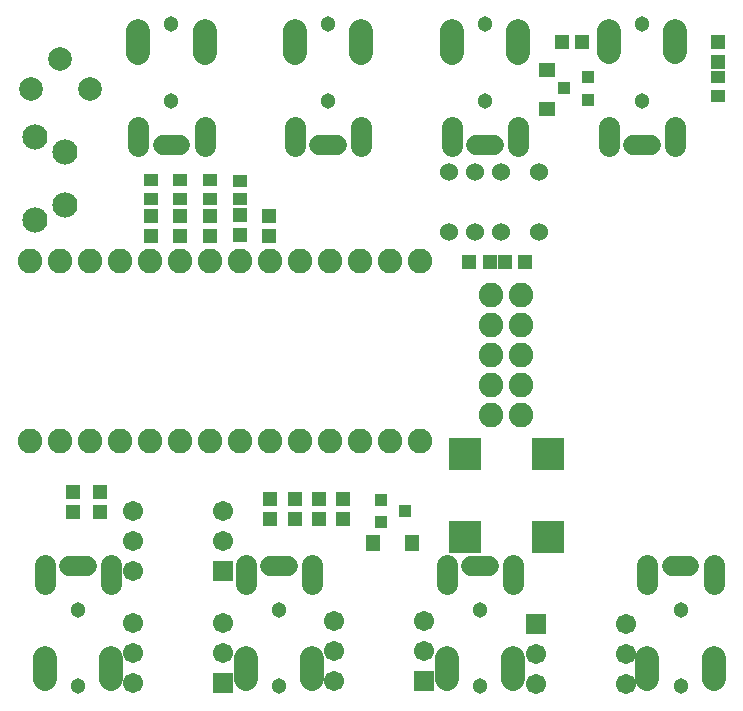
<source format=gts>
G04 EAGLE Gerber RS-274X export*
G75*
%MOMM*%
%FSLAX34Y34*%
%LPD*%
%INSoldermask Top*%
%IPPOS*%
%AMOC8*
5,1,8,0,0,1.08239X$1,22.5*%
G01*
%ADD10R,1.303200X1.203200*%
%ADD11R,1.103200X1.003200*%
%ADD12C,2.003200*%
%ADD13C,1.523200*%
%ADD14R,1.703200X1.703200*%
%ADD15C,1.703200*%
%ADD16C,1.703200*%
%ADD17C,1.803200*%
%ADD18C,2.003200*%
%ADD19C,1.303200*%
%ADD20R,1.203200X1.303200*%
%ADD21R,1.173400X1.124100*%
%ADD22R,1.153200X1.453200*%
%ADD23R,1.453200X1.153200*%
%ADD24R,2.703200X2.703200*%
%ADD25C,2.082800*%
%ADD26C,2.133600*%


D10*
X50560Y184060D03*
X50560Y167060D03*
D11*
X311470Y177610D03*
X311470Y158610D03*
X331470Y168110D03*
D12*
X14860Y525590D03*
X39860Y550590D03*
X64860Y525590D03*
D10*
X279210Y178200D03*
X279210Y161200D03*
X258790Y178230D03*
X258790Y161230D03*
X238170Y178140D03*
X238170Y161140D03*
D13*
X445310Y454820D03*
X413310Y454820D03*
X391310Y454820D03*
X369310Y454820D03*
X369310Y404020D03*
X391310Y404020D03*
X413310Y404020D03*
X445310Y404020D03*
D14*
X442400Y72233D03*
D15*
X442400Y46833D03*
X442400Y21433D03*
X518600Y21433D03*
X518600Y46833D03*
X518600Y72233D03*
D16*
X557500Y121500D02*
X572500Y121500D01*
D17*
X537000Y122500D02*
X537000Y106500D01*
X593000Y106500D02*
X593000Y122500D01*
D18*
X537000Y43500D02*
X537000Y25500D01*
X593000Y25500D02*
X593000Y43500D01*
D19*
X565000Y19500D03*
X565000Y84500D03*
D16*
X539900Y478200D02*
X524900Y478200D01*
D17*
X560400Y477200D02*
X560400Y493200D01*
X504400Y493200D02*
X504400Y477200D01*
D18*
X560400Y556200D02*
X560400Y574200D01*
X504400Y574200D02*
X504400Y556200D01*
D19*
X532400Y580200D03*
X532400Y515200D03*
D16*
X402500Y121500D02*
X387500Y121500D01*
D17*
X367000Y122500D02*
X367000Y106500D01*
X423000Y106500D02*
X423000Y122500D01*
D18*
X367000Y43500D02*
X367000Y25500D01*
X423000Y25500D02*
X423000Y43500D01*
D19*
X395000Y19500D03*
X395000Y84500D03*
D16*
X232500Y121500D02*
X217500Y121500D01*
D17*
X197000Y122500D02*
X197000Y106500D01*
X253000Y106500D02*
X253000Y122500D01*
D18*
X197000Y43500D02*
X197000Y25500D01*
X253000Y25500D02*
X253000Y43500D01*
D19*
X225000Y19500D03*
X225000Y84500D03*
D14*
X347700Y23633D03*
D15*
X347700Y49033D03*
X347700Y74433D03*
X271500Y74433D03*
X271500Y49033D03*
X271500Y23633D03*
D14*
X178000Y116900D03*
D15*
X178000Y142300D03*
X178000Y167700D03*
X101800Y167700D03*
X101800Y142300D03*
X101800Y116900D03*
D11*
X486450Y516200D03*
X486450Y535200D03*
X466450Y525700D03*
D10*
X73700Y184000D03*
X73700Y167000D03*
D16*
X126500Y478000D02*
X141500Y478000D01*
D17*
X162000Y477000D02*
X162000Y493000D01*
X106000Y493000D02*
X106000Y477000D01*
D18*
X162000Y556000D02*
X162000Y574000D01*
X106000Y574000D02*
X106000Y556000D01*
D19*
X134000Y580000D03*
X134000Y515000D03*
D20*
X464220Y564910D03*
X481220Y564910D03*
D10*
X596438Y565280D03*
X596438Y548280D03*
D21*
X596306Y535006D03*
X596306Y519514D03*
D22*
X304450Y141200D03*
X337450Y141200D03*
D23*
X451900Y541350D03*
X451900Y508350D03*
D16*
X274200Y478000D02*
X259200Y478000D01*
D17*
X294700Y477000D02*
X294700Y493000D01*
X238700Y493000D02*
X238700Y477000D01*
D18*
X294700Y556000D02*
X294700Y574000D01*
X238700Y574000D02*
X238700Y556000D01*
D19*
X266700Y580000D03*
X266700Y515000D03*
D16*
X392100Y478000D02*
X407100Y478000D01*
D17*
X427600Y477000D02*
X427600Y493000D01*
X371600Y493000D02*
X371600Y477000D01*
D18*
X427600Y556000D02*
X427600Y574000D01*
X371600Y574000D02*
X371600Y556000D01*
D19*
X399600Y580000D03*
X399600Y515000D03*
D10*
X217700Y178100D03*
X217700Y161100D03*
D16*
X62500Y121500D02*
X47500Y121500D01*
D17*
X27000Y122500D02*
X27000Y106500D01*
X83000Y106500D02*
X83000Y122500D01*
D18*
X27000Y43500D02*
X27000Y25500D01*
X83000Y25500D02*
X83000Y43500D01*
D19*
X55000Y19500D03*
X55000Y84500D03*
D14*
X177750Y21900D03*
D15*
X177750Y47300D03*
X177750Y72700D03*
X101550Y72700D03*
X101550Y47300D03*
X101550Y21900D03*
D10*
X216700Y418000D03*
X216700Y401000D03*
D24*
X382650Y215950D03*
X382650Y145950D03*
X452650Y145950D03*
X452650Y215950D03*
D25*
X429700Y249300D03*
X404300Y249300D03*
X429700Y274700D03*
X404300Y274700D03*
X429700Y300100D03*
X404300Y300100D03*
X429700Y325500D03*
X404300Y325500D03*
X429700Y350900D03*
X404300Y350900D03*
X344400Y379200D03*
X319000Y379200D03*
X293600Y379200D03*
X268200Y379200D03*
X242800Y379200D03*
X217400Y379200D03*
X192000Y379200D03*
X166600Y379200D03*
X141200Y379200D03*
X115800Y379200D03*
X90400Y379200D03*
X65000Y379200D03*
X39600Y379200D03*
X14200Y379200D03*
X14500Y226800D03*
X39900Y226800D03*
X65300Y226800D03*
X90700Y226800D03*
X116100Y226800D03*
X141500Y226800D03*
X166900Y226800D03*
X192300Y226800D03*
X217700Y226800D03*
X243100Y226800D03*
X268500Y226800D03*
X293900Y226800D03*
X319300Y226800D03*
X344700Y226800D03*
D26*
X43600Y426700D03*
X43600Y471700D03*
X18600Y414200D03*
X18600Y484200D03*
D10*
X116700Y417700D03*
X116700Y400700D03*
X141000Y418000D03*
X141000Y401000D03*
X166600Y417600D03*
X166600Y400600D03*
X191800Y418200D03*
X191800Y401200D03*
D21*
X191800Y432054D03*
X191800Y447546D03*
X166300Y432254D03*
X166300Y447746D03*
X141000Y432254D03*
X141000Y447746D03*
X116800Y432354D03*
X116800Y447846D03*
D20*
X403300Y378500D03*
X386300Y378500D03*
X416400Y378500D03*
X433400Y378500D03*
M02*

</source>
